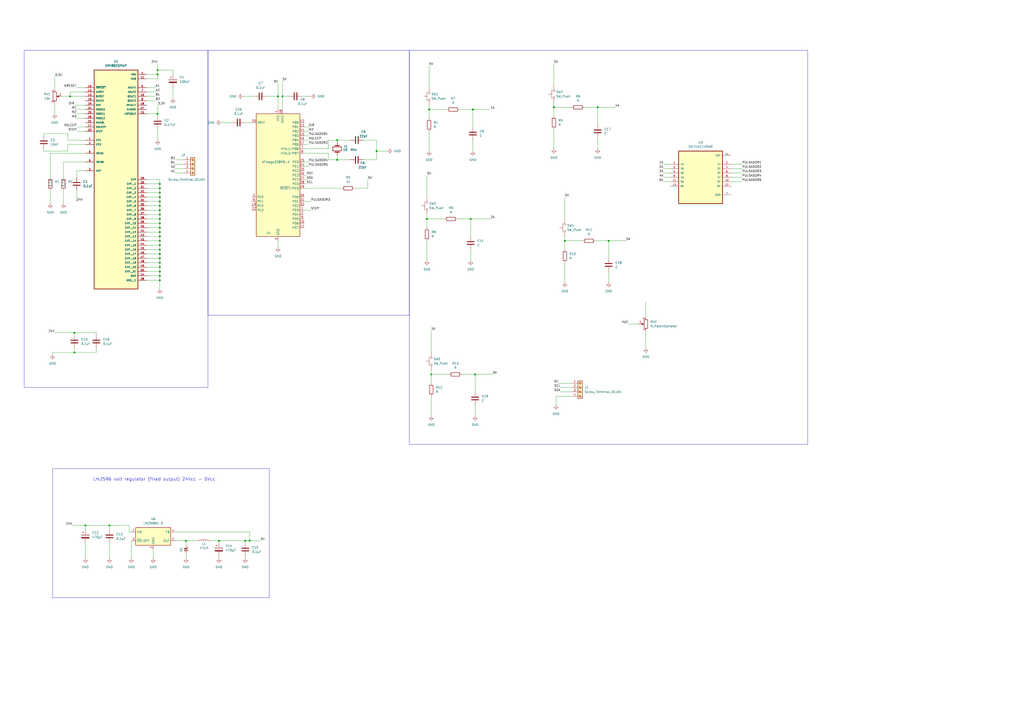
<source format=kicad_sch>
(kicad_sch (version 20231120) (generator "eeschema") (generator_version "8.0")
  (paper "A2")
  (junction (at 92.71 147.32))
  (junction (at 92.71 121.92))
  (junction (at 92.71 144.78))
  (junction (at 43.18 193.04))
  (junction (at 127 313.69))
  (junction (at 248.92 63.5))
  (junction (at 92.71 116.84))
  (junction (at 92.71 137.16))
  (junction (at 92.71 129.54))
  (junction (at 92.71 160.02))
  (junction (at 195.58 81.28))
  (junction (at 250.19 217.17))
  (junction (at 353.06 139.7))
  (junction (at 218.44 87.63))
  (junction (at 49.53 304.8))
  (junction (at 92.71 127))
  (junction (at 40.64 55.88))
  (junction (at 327.66 139.7))
  (junction (at 43.18 204.47))
  (junction (at 91.44 43.18))
  (junction (at 144.78 313.69))
  (junction (at 275.59 217.17))
  (junction (at 346.71 62.23))
  (junction (at 92.71 109.22))
  (junction (at 91.44 40.64))
  (junction (at 92.71 157.48))
  (junction (at 247.65 127))
  (junction (at 92.71 152.4))
  (junction (at 92.71 149.86))
  (junction (at 92.71 142.24))
  (junction (at 92.71 119.38))
  (junction (at 92.71 139.7))
  (junction (at 63.5 304.8))
  (junction (at 92.71 132.08))
  (junction (at 92.71 162.56))
  (junction (at 92.71 106.68))
  (junction (at 92.71 154.94))
  (junction (at 92.71 111.76))
  (junction (at 107.95 313.69))
  (junction (at 92.71 134.62))
  (junction (at 91.44 66.04))
  (junction (at 273.05 127))
  (junction (at 321.31 62.23))
  (junction (at 142.24 313.69))
  (junction (at 195.58 92.71))
  (junction (at 163.83 55.88))
  (junction (at 161.29 55.88))
  (junction (at 92.71 124.46))
  (junction (at 274.32 63.5))
  (junction (at 92.71 114.3))
  (wire (pts (xy 92.71 132.08) (xy 92.71 134.62)))
  (wire (pts (xy 100.33 43.18) (xy 100.33 40.64)))
  (wire (pts (xy 85.09 134.62) (xy 92.71 134.62)))
  (wire (pts (xy 323.85 222.25) (xy 331.47 222.25)))
  (wire (pts (xy 92.71 111.76) (xy 92.71 114.3)))
  (wire (pts (xy 55.88 193.04) (xy 43.18 193.04)))
  (wire (pts (xy 35.56 55.88) (xy 40.64 55.88)))
  (wire (pts (xy 85.09 152.4) (xy 92.71 152.4)))
  (wire (pts (xy 161.29 48.26) (xy 161.29 55.88)))
  (wire (pts (xy 321.31 59.69) (xy 321.31 62.23)))
  (wire (pts (xy 36.83 93.98) (xy 36.83 102.87)))
  (wire (pts (xy 176.53 78.74) (xy 179.07 78.74)))
  (wire (pts (xy 44.45 76.2) (xy 49.53 76.2)))
  (wire (pts (xy 247.65 127) (xy 247.65 132.08)))
  (wire (pts (xy 250.19 191.77) (xy 250.19 204.47)))
  (wire (pts (xy 321.31 62.23) (xy 321.31 67.31)))
  (wire (pts (xy 40.64 53.34) (xy 40.64 55.88)))
  (wire (pts (xy 176.53 73.66) (xy 179.07 73.66)))
  (wire (pts (xy 85.09 142.24) (xy 92.71 142.24)))
  (wire (pts (xy 140.97 55.88) (xy 147.32 55.88)))
  (wire (pts (xy 325.12 224.79) (xy 331.47 224.79)))
  (wire (pts (xy 353.06 139.7) (xy 363.22 139.7)))
  (wire (pts (xy 91.44 40.64) (xy 100.33 40.64)))
  (wire (pts (xy 63.5 304.8) (xy 63.5 307.34)))
  (wire (pts (xy 260.35 217.17) (xy 250.19 217.17)))
  (wire (pts (xy 85.09 50.8) (xy 90.17 50.8)))
  (wire (pts (xy 257.81 127) (xy 247.65 127)))
  (wire (pts (xy 176.53 86.36) (xy 190.5 86.36)))
  (wire (pts (xy 175.26 55.88) (xy 180.34 55.88)))
  (wire (pts (xy 49.53 83.82) (xy 39.37 83.82)))
  (wire (pts (xy 176.53 116.84) (xy 180.34 116.84)))
  (wire (pts (xy 142.24 71.12) (xy 146.05 71.12)))
  (wire (pts (xy 176.53 109.22) (xy 198.12 109.22)))
  (wire (pts (xy 85.09 137.16) (xy 92.71 137.16)))
  (wire (pts (xy 353.06 139.7) (xy 353.06 149.86)))
  (wire (pts (xy 273.05 127) (xy 273.05 137.16)))
  (wire (pts (xy 274.32 81.28) (xy 274.32 87.63)))
  (wire (pts (xy 190.5 81.28) (xy 195.58 81.28)))
  (wire (pts (xy 92.71 137.16) (xy 92.71 139.7)))
  (wire (pts (xy 101.6 308.61) (xy 144.78 308.61)))
  (wire (pts (xy 107.95 321.31) (xy 107.95 323.85)))
  (wire (pts (xy 259.08 63.5) (xy 248.92 63.5)))
  (wire (pts (xy 49.53 304.8) (xy 63.5 304.8)))
  (wire (pts (xy 101.6 97.79) (xy 106.68 97.79)))
  (wire (pts (xy 85.09 58.42) (xy 90.17 58.42)))
  (wire (pts (xy 49.53 99.06) (xy 44.45 99.06)))
  (wire (pts (xy 176.53 76.2) (xy 179.07 76.2)))
  (wire (pts (xy 44.45 66.04) (xy 49.53 66.04)))
  (wire (pts (xy 85.09 127) (xy 92.71 127)))
  (wire (pts (xy 325.12 227.33) (xy 331.47 227.33)))
  (wire (pts (xy 39.37 87.63) (xy 25.4 87.63)))
  (wire (pts (xy 273.05 127) (xy 284.48 127)))
  (wire (pts (xy 322.58 229.87) (xy 322.58 234.95)))
  (wire (pts (xy 424.18 105.41) (xy 430.53 105.41)))
  (wire (pts (xy 195.58 81.28) (xy 203.2 81.28)))
  (wire (pts (xy 91.44 36.83) (xy 91.44 40.64)))
  (wire (pts (xy 218.44 87.63) (xy 218.44 92.71)))
  (wire (pts (xy 266.7 63.5) (xy 274.32 63.5)))
  (wire (pts (xy 250.19 229.87) (xy 250.19 241.3)))
  (wire (pts (xy 273.05 144.78) (xy 273.05 151.13)))
  (wire (pts (xy 384.81 97.79) (xy 388.62 97.79)))
  (wire (pts (xy 339.09 62.23) (xy 346.71 62.23)))
  (wire (pts (xy 30.48 204.47) (xy 30.48 205.74)))
  (wire (pts (xy 43.18 201.93) (xy 43.18 204.47)))
  (wire (pts (xy 176.53 83.82) (xy 179.07 83.82)))
  (wire (pts (xy 364.49 187.96) (xy 370.84 187.96)))
  (wire (pts (xy 39.37 83.82) (xy 39.37 87.63)))
  (wire (pts (xy 44.45 110.49) (xy 44.45 116.84)))
  (wire (pts (xy 92.71 139.7) (xy 92.71 142.24)))
  (wire (pts (xy 44.45 68.58) (xy 49.53 68.58)))
  (wire (pts (xy 424.18 102.87) (xy 430.53 102.87)))
  (wire (pts (xy 127 322.58) (xy 127 323.85)))
  (wire (pts (xy 176.53 88.9) (xy 190.5 88.9)))
  (wire (pts (xy 55.88 194.31) (xy 55.88 193.04)))
  (wire (pts (xy 85.09 111.76) (xy 92.71 111.76)))
  (wire (pts (xy 195.58 81.28) (xy 195.58 82.55)))
  (wire (pts (xy 91.44 43.18) (xy 91.44 45.72)))
  (wire (pts (xy 92.71 134.62) (xy 92.71 137.16)))
  (wire (pts (xy 210.82 92.71) (xy 218.44 92.71)))
  (wire (pts (xy 39.37 81.28) (xy 39.37 77.47)))
  (wire (pts (xy 218.44 81.28) (xy 218.44 87.63)))
  (wire (pts (xy 154.94 55.88) (xy 161.29 55.88)))
  (wire (pts (xy 144.78 308.61) (xy 144.78 313.69)))
  (wire (pts (xy 353.06 157.48) (xy 353.06 163.83)))
  (wire (pts (xy 176.53 121.92) (xy 180.34 121.92)))
  (wire (pts (xy 30.48 204.47) (xy 43.18 204.47)))
  (wire (pts (xy 41.91 304.8) (xy 49.53 304.8)))
  (wire (pts (xy 92.71 119.38) (xy 92.71 121.92)))
  (wire (pts (xy 39.37 77.47) (xy 25.4 77.47)))
  (wire (pts (xy 176.53 104.14) (xy 177.8 104.14)))
  (wire (pts (xy 107.95 313.69) (xy 114.3 313.69)))
  (wire (pts (xy 176.53 106.68) (xy 177.8 106.68)))
  (wire (pts (xy 85.09 139.7) (xy 92.71 139.7)))
  (wire (pts (xy 85.09 129.54) (xy 92.71 129.54)))
  (wire (pts (xy 213.36 104.14) (xy 213.36 109.22)))
  (wire (pts (xy 85.09 149.86) (xy 92.71 149.86)))
  (wire (pts (xy 91.44 40.64) (xy 91.44 43.18)))
  (wire (pts (xy 121.92 313.69) (xy 127 313.69)))
  (wire (pts (xy 92.71 129.54) (xy 92.71 132.08)))
  (wire (pts (xy 101.6 95.25) (xy 106.68 95.25)))
  (wire (pts (xy 142.24 313.69) (xy 127 313.69)))
  (wire (pts (xy 92.71 142.24) (xy 92.71 144.78)))
  (wire (pts (xy 176.53 93.98) (xy 179.07 93.98)))
  (wire (pts (xy 91.44 74.93) (xy 91.44 81.28)))
  (wire (pts (xy 31.75 44.45) (xy 31.75 52.07)))
  (wire (pts (xy 250.19 217.17) (xy 250.19 222.25)))
  (wire (pts (xy 265.43 127) (xy 273.05 127)))
  (wire (pts (xy 44.45 99.06) (xy 44.45 102.87)))
  (wire (pts (xy 275.59 234.95) (xy 275.59 241.3)))
  (wire (pts (xy 43.18 204.47) (xy 55.88 204.47)))
  (wire (pts (xy 176.53 101.6) (xy 177.8 101.6)))
  (wire (pts (xy 195.58 90.17) (xy 195.58 92.71)))
  (wire (pts (xy 247.65 101.6) (xy 247.65 114.3)))
  (wire (pts (xy 85.09 157.48) (xy 92.71 157.48)))
  (wire (pts (xy 74.93 304.8) (xy 63.5 304.8)))
  (wire (pts (xy 331.47 62.23) (xy 321.31 62.23)))
  (wire (pts (xy 384.81 105.41) (xy 388.62 105.41)))
  (wire (pts (xy 76.2 313.69) (xy 76.2 323.85)))
  (wire (pts (xy 267.97 217.17) (xy 275.59 217.17)))
  (wire (pts (xy 43.18 193.04) (xy 43.18 194.31)))
  (wire (pts (xy 176.53 81.28) (xy 179.07 81.28)))
  (wire (pts (xy 161.29 139.7) (xy 161.29 143.51)))
  (wire (pts (xy 44.45 50.8) (xy 49.53 50.8)))
  (wire (pts (xy 85.09 162.56) (xy 92.71 162.56)))
  (wire (pts (xy 331.47 229.87) (xy 322.58 229.87)))
  (wire (pts (xy 210.82 81.28) (xy 218.44 81.28)))
  (wire (pts (xy 85.09 43.18) (xy 91.44 43.18)))
  (wire (pts (xy 92.71 160.02) (xy 92.71 162.56)))
  (wire (pts (xy 85.09 55.88) (xy 90.17 55.88)))
  (wire (pts (xy 44.45 73.66) (xy 49.53 73.66)))
  (wire (pts (xy 49.53 88.9) (xy 29.21 88.9)))
  (wire (pts (xy 205.74 109.22) (xy 213.36 109.22)))
  (wire (pts (xy 92.71 162.56) (xy 92.71 167.64)))
  (wire (pts (xy 161.29 55.88) (xy 161.29 63.5)))
  (wire (pts (xy 44.45 63.5) (xy 49.53 63.5)))
  (wire (pts (xy 25.4 77.47) (xy 25.4 78.74)))
  (wire (pts (xy 101.6 313.69) (xy 107.95 313.69)))
  (wire (pts (xy 247.65 139.7) (xy 247.65 151.13)))
  (wire (pts (xy 190.5 88.9) (xy 190.5 92.71)))
  (wire (pts (xy 36.83 110.49) (xy 36.83 118.11)))
  (wire (pts (xy 25.4 86.36) (xy 25.4 87.63)))
  (wire (pts (xy 424.18 100.33) (xy 430.53 100.33)))
  (wire (pts (xy 190.5 86.36) (xy 190.5 81.28)))
  (wire (pts (xy 92.71 127) (xy 92.71 129.54)))
  (wire (pts (xy 384.81 100.33) (xy 388.62 100.33)))
  (wire (pts (xy 40.64 55.88) (xy 49.53 55.88)))
  (wire (pts (xy 85.09 53.34) (xy 90.17 53.34)))
  (wire (pts (xy 43.18 60.96) (xy 49.53 60.96)))
  (wire (pts (xy 190.5 92.71) (xy 195.58 92.71)))
  (wire (pts (xy 346.71 62.23) (xy 346.71 72.39)))
  (wire (pts (xy 321.31 36.83) (xy 321.31 49.53)))
  (wire (pts (xy 374.65 191.77) (xy 374.65 201.93)))
  (wire (pts (xy 321.31 74.93) (xy 321.31 86.36)))
  (wire (pts (xy 85.09 160.02) (xy 92.71 160.02)))
  (wire (pts (xy 247.65 124.46) (xy 247.65 127)))
  (wire (pts (xy 85.09 121.92) (xy 92.71 121.92)))
  (wire (pts (xy 274.32 63.5) (xy 274.32 73.66)))
  (wire (pts (xy 163.83 55.88) (xy 167.64 55.88)))
  (wire (pts (xy 275.59 217.17) (xy 285.75 217.17)))
  (wire (pts (xy 85.09 45.72) (xy 91.44 45.72)))
  (wire (pts (xy 31.75 59.69) (xy 31.75 66.04)))
  (wire (pts (xy 275.59 217.17) (xy 275.59 227.33)))
  (wire (pts (xy 327.66 137.16) (xy 327.66 139.7)))
  (wire (pts (xy 142.24 322.58) (xy 142.24 323.85)))
  (wire (pts (xy 85.09 124.46) (xy 92.71 124.46)))
  (wire (pts (xy 384.81 102.87) (xy 388.62 102.87)))
  (wire (pts (xy 248.92 60.96) (xy 248.92 63.5)))
  (wire (pts (xy 127 313.69) (xy 127 314.96)))
  (wire (pts (xy 101.6 92.71) (xy 106.68 92.71)))
  (wire (pts (xy 248.92 38.1) (xy 248.92 50.8)))
  (wire (pts (xy 85.09 132.08) (xy 92.71 132.08)))
  (wire (pts (xy 91.44 60.96) (xy 91.44 66.04)))
  (wire (pts (xy 218.44 87.63) (xy 224.79 87.63)))
  (wire (pts (xy 85.09 109.22) (xy 92.71 109.22)))
  (wire (pts (xy 345.44 139.7) (xy 353.06 139.7)))
  (wire (pts (xy 250.19 214.63) (xy 250.19 217.17)))
  (wire (pts (xy 85.09 119.38) (xy 92.71 119.38)))
  (wire (pts (xy 85.09 114.3) (xy 92.71 114.3)))
  (wire (pts (xy 176.53 96.52) (xy 179.07 96.52)))
  (wire (pts (xy 144.78 313.69) (xy 151.13 313.69)))
  (wire (pts (xy 327.66 114.3) (xy 327.66 127)))
  (wire (pts (xy 92.71 104.14) (xy 92.71 106.68)))
  (wire (pts (xy 76.2 308.61) (xy 74.93 308.61)))
  (wire (pts (xy 424.18 97.79) (xy 430.53 97.79)))
  (wire (pts (xy 337.82 139.7) (xy 327.66 139.7)))
  (wire (pts (xy 92.71 154.94) (xy 92.71 157.48)))
  (wire (pts (xy 92.71 157.48) (xy 92.71 160.02)))
  (wire (pts (xy 85.09 144.78) (xy 92.71 144.78)))
  (wire (pts (xy 92.71 114.3) (xy 92.71 116.84)))
  (wire (pts (xy 92.71 116.84) (xy 92.71 119.38)))
  (wire (pts (xy 29.21 88.9) (xy 29.21 102.87)))
  (wire (pts (xy 142.24 314.96) (xy 142.24 313.69)))
  (wire (pts (xy 91.44 66.04) (xy 91.44 67.31)))
  (wire (pts (xy 63.5 314.96) (xy 63.5 323.85)))
  (wire (pts (xy 163.83 46.99) (xy 163.83 55.88)))
  (wire (pts (xy 92.71 152.4) (xy 92.71 154.94)))
  (wire (pts (xy 374.65 175.26) (xy 374.65 184.15)))
  (wire (pts (xy 327.66 152.4) (xy 327.66 163.83)))
  (wire (pts (xy 100.33 50.8) (xy 100.33 57.15)))
  (wire (pts (xy 92.71 147.32) (xy 92.71 149.86)))
  (wire (pts (xy 85.09 116.84) (xy 92.71 116.84)))
  (wire (pts (xy 92.71 121.92) (xy 92.71 124.46)))
  (wire (pts (xy 248.92 76.2) (xy 248.92 87.63)))
  (wire (pts (xy 85.09 147.32) (xy 92.71 147.32)))
  (wire (pts (xy 142.24 313.69) (xy 144.78 313.69)))
  (wire (pts (xy 49.53 93.98) (xy 36.83 93.98)))
  (wire (pts (xy 274.32 63.5) (xy 284.48 63.5)))
  (wire (pts (xy 384.81 95.25) (xy 388.62 95.25)))
  (wire (pts (xy 49.53 307.34) (xy 49.53 304.8)))
  (wire (pts (xy 31.75 193.04) (xy 43.18 193.04)))
  (wire (pts (xy 163.83 55.88) (xy 163.83 63.5)))
  (wire (pts (xy 88.9 318.77) (xy 88.9 323.85)))
  (wire (pts (xy 85.09 106.68) (xy 92.71 106.68)))
  (wire (pts (xy 327.66 139.7) (xy 327.66 144.78)))
  (wire (pts (xy 92.71 106.68) (xy 92.71 109.22)))
  (wire (pts (xy 74.93 308.61) (xy 74.93 304.8)))
  (wire (pts (xy 346.71 80.01) (xy 346.71 86.36)))
  (wire (pts (xy 55.88 201.93) (xy 55.88 204.47)))
  (wire (pts (xy 128.27 71.12) (xy 134.62 71.12)))
  (wire (pts (xy 92.71 124.46) (xy 92.71 127)))
  (wire (pts (xy 92.71 109.22) (xy 92.71 111.76)))
  (wire (pts (xy 346.71 62.23) (xy 356.87 62.23)))
  (wire (pts (xy 85.09 104.14) (xy 92.71 104.14)))
  (wire (pts (xy 85.09 154.94) (xy 92.71 154.94)))
  (wire (pts (xy 49.53 81.28) (xy 39.37 81.28)))
  (wire (pts (xy 107.95 313.69) (xy 107.95 316.23)))
  (wire (pts (xy 85.09 66.04) (xy 91.44 66.04)))
  (wire (pts (xy 29.21 110.49) (xy 29.21 118.11)))
  (wire (pts (xy 49.53 53.34) (xy 40.64 53.34)))
  (wire (pts (xy 92.71 144.78) (xy 92.71 147.32)))
  (wire (pts (xy 92.71 149.86) (xy 92.71 152.4)))
  (wire (pts (xy 49.53 314.96) (xy 49.53 323.85)))
  (wire (pts (xy 424.18 95.25) (xy 430.53 95.25)))
  (wire (pts (xy 195.58 92.71) (xy 203.2 92.71)))
  (wire (pts (xy 101.6 100.33) (xy 106.68 100.33)))
  (wire (pts (xy 248.92 63.5) (xy 248.92 68.58)))
  (rectangle (start 30.48 271.78) (end 156.21 346.71))
  (rectangle (start 237.49 29.21) (end 468.63 257.81))
  (rectangle (start 120.65 29.21) (end 237.49 182.88))
  (rectangle (start 13.97 29.21) (end 120.65 224.79))
  (text "Lm2596 volt regulator (fixed output) 24Vcc - 5Vcc" (at 89.408 278.13 0) (effects (font (size 1.778 1.778))))
  (label "24V" (at 91.44 36.83 180))
  (label "A1" (at 90.17 50.8 0))
  (label "POT" (at 177.8 101.6 0))
  (label "M2" (at 44.45 66.04 180))
  (label "B1" (at 90.17 55.88 0))
  (label "PULSADOR5" (at 430.53 105.41 0))
  (label "4A" (at 384.81 102.87 180))
  (label "PULSADOR4" (at 179.07 93.98 0))
  (label "A2" (at 101.6 97.79 180))
  (label "SDA" (at 325.12 227.33 180))
  (label "3A" (at 384.81 100.33 180))
  (label "5A" (at 363.22 139.7 0))
  (label "2A" (at 384.81 97.79 180))
  (label "POT" (at 364.49 187.96 180))
  (label "PULSADOR1" (at 430.53 95.25 0))
  (label "2A" (at 284.48 127 0))
  (label "3A" (at 285.75 217.17 0))
  (label "PULSADOR3" (at 430.53 100.33 0))
  (label "5V" (at 161.29 48.26 180))
  (label "PULSADOR1" (at 179.07 78.74 0))
  (label "1A" (at 284.48 63.5 0))
  (label "M1" (at 44.45 63.5 180))
  (label "3.3V" (at 31.75 44.45 0))
  (label "SDA" (at 177.8 104.14 0))
  (label "DIR" (at 43.18 60.96 180))
  (label "5V" (at 151.13 313.69 0))
  (label "STEP" (at 44.45 76.2 180))
  (label "24V" (at 44.45 116.84 0))
  (label "NSLEEP" (at 179.07 81.28 0))
  (label "B2" (at 101.6 92.71 180))
  (label "4A" (at 356.87 62.23 0))
  (label "5V" (at 163.83 46.99 0))
  (label "SCL" (at 177.8 106.68 0))
  (label "PULSADOR3" (at 180.34 116.84 0))
  (label "A1" (at 101.6 100.33 180))
  (label "SCL" (at 325.12 224.79 180))
  (label "PULSADOR2" (at 430.53 97.79 0))
  (label "DIR" (at 179.07 73.66 0))
  (label "M3" (at 44.45 68.58 180))
  (label "5V" (at 250.19 191.77 0))
  (label "M2" (at 179.07 76.2 0))
  (label "STEP" (at 180.34 121.92 0))
  (label "PULSADOR2" (at 179.07 83.82 0))
  (label "PULSADOR5" (at 179.07 96.52 0))
  (label "5V" (at 327.66 114.3 0))
  (label "PULSADOR4" (at 430.53 102.87 0))
  (label "24V" (at 31.75 193.04 180))
  (label "NSLEEP" (at 44.45 73.66 180))
  (label "5V" (at 248.92 38.1 0))
  (label "B2" (at 90.17 58.42 0))
  (label "5V" (at 321.31 36.83 0))
  (label "24V" (at 41.91 304.8 180))
  (label "5V" (at 213.36 104.14 0))
  (label "5V" (at 323.85 222.25 180))
  (label "A2" (at 90.17 53.34 0))
  (label "5V" (at 247.65 101.6 0))
  (label "5A" (at 384.81 105.41 180))
  (label "B1" (at 101.6 95.25 180))
  (label "1A" (at 384.81 95.25 180))
  (label "3.3V" (at 91.44 60.96 0))
  (label "NRESET" (at 44.45 50.8 180))
  (symbol (lib_id "power:GND") (at 275.59 241.3 0) (unit 1)
    (property "Reference" "#PWR030" (effects (hide yes)))
    (property "Value" "GND" (at 275.59 246.38 0))
    (property "Description" "Power symbol creates a global label with name \"GND\" , ground" (effects (hide yes)))
  )
  (symbol (lib_id "power:GND") (at 248.92 87.63 0) (unit 1)
    (property "Reference" "#PWR012" (effects (hide yes)))
    (property "Value" "GND" (at 248.92 92.71 0))
    (property "Description" "Power symbol creates a global label with name \"GND\" , ground" (effects (hide yes)))
  )
  (symbol (lib_id "power:GND") (at 161.29 143.51 0) (unit 1)
    (property "Reference" "#PWR010" (effects (hide yes)))
    (property "Value" "GND" (at 161.29 148.59 0))
    (property "Description" "Power symbol creates a global label with name \"GND\" , ground" (effects (hide yes)))
  )
  (symbol (lib_id "power:GND") (at 250.19 241.3 0) (unit 1)
    (property "Reference" "#PWR029" (effects (hide yes)))
    (property "Value" "GND" (at 250.19 246.38 0))
    (property "Description" "Power symbol creates a global label with name \"GND\" , ground" (effects (hide yes)))
  )
  (symbol (lib_id "Device:C") (at 207.01 92.71 90) (unit 1)
    (property "Reference" "C6" (at 210.312 94.488 90))
    (property "Value" "22pF" (at 210.312 97.028 90))
    (property "Footprint" "Capacitor_SMD:C_0603_1608Metric_Pad1.08x0.95mm_HandSolder" (effects (hide yes)))
    (property "Description" "Unpolarized capacitor" (effects (hide yes)))
  )
  (symbol (lib_id "Switch:SW_Push") (at 248.92 55.88 90) (unit 1)
    (property "Reference" "SW1" (at 250.19 54.6099 90) (effects (justify right)))
    (property "Value" "SW_Push" (at 250.19 57.1499 90) (effects (justify right)))
    (property "Footprint" "Connector_PinHeader_2.54mm:PinHeader_1x02_P2.54mm_Vertical" (effects (hide yes)))
    (property "Description" "Push button switch, generic, two pins" (effects (hide yes)))
  )
  (symbol (lib_id "Switch:SW_Push") (at 250.19 209.55 90) (unit 1)
    (property "Reference" "SW5" (at 251.46 208.2799 90) (effects (justify right)))
    (property "Value" "SW_Push" (at 251.46 210.8199 90) (effects (justify right)))
    (property "Footprint" "Connector_PinHeader_2.54mm:PinHeader_1x02_P2.54mm_Vertical" (effects (hide yes)))
    (property "Description" "Push button switch, generic, two pins" (effects (hide yes)))
  )
  (symbol (lib_id "Device:C") (at 25.4 82.55 180) (unit 1)
    (property "Reference" "C3" (at 29.21 81.2799 0) (effects (justify right)))
    (property "Value" "10nF" (at 29.21 83.8199 0) (effects (justify right)))
    (property "Footprint" "Capacitor_SMD:C_0603_1608Metric_Pad1.08x0.95mm_HandSolder" (effects (hide yes)))
    (property "Description" "Unpolarized capacitor" (effects (hide yes)))
  )
  (symbol (lib_id "Device:C") (at 55.88 198.12 0) (unit 1)
    (property "Reference" "C16" (at 59.69 196.8499 0) (effects (justify left)))
    (property "Value" "0.1uF" (at 59.69 199.3899 0) (effects (justify left)))
    (property "Footprint" "Capacitor_SMD:C_0603_1608Metric_Pad1.08x0.95mm_HandSolder" (effects (hide yes)))
    (property "Description" "Unpolarized capacitor" (effects (hide yes)))
  )
  (symbol (lib_id "DRV8825PWP:DRV8825PWP") (at 67.31 76.2 0) (unit 1)
    (property "Reference" "U1" (at 67.31 35.56 0))
    (property "Value" "DRV8825PWP" (at 67.31 38.1 0))
    (property "Footprint" "DRV8825:IC_TPS61196PWPRQ1" (effects (hide yes)))
    (property "MF" "Texas Instruments" (effects (hide yes)))
    (property "MOUSER-PURCHASE-URL" "https://snapeda.com/shop?store=Mouser&id=52585" (effects (hide yes)))
    (property "DESCRIPTION" "45-V, 2.5-A bipolar stepper motor driver with current regulation and 1/32 microstepping 28-HTSSOP -40 to 85" (effects (hide yes)))
    (property "PACKAGE" "HTSSOP-28 Texas Instruments" (effects (hide yes)))
    (property "PRICE" "None" (effects (hide yes)))
    (property "TEXAS_INSTRUMENTS-PURCHASE-URL" "https://snapeda.com/shop?store=Texas+Instruments&id=52585" (effects (hide yes)))
    (property "MP" "DRV8825PWP" (effects (hide yes)))
    (property "DIGIKEY-PURCHASE-URL" "https://snapeda.com/shop?store=DigiKey&id=52585" (effects (hide yes)))
    (property "AVAILABILITY" "Good" (effects (hide yes)))
  )
  (symbol (lib_id "power:GND") (at 63.5 323.85 0) (unit 1)
    (property "Reference" "#PWR020" (effects (hide yes)))
    (property "Value" "GND" (at 63.5 328.93 0))
    (property "Description" "Power symbol creates a global label with name \"GND\" , ground" (effects (hide yes)))
  )
  (symbol (lib_id "Device:C") (at 63.5 311.15 0) (unit 1)
    (property "Reference" "C13" (at 67.31 309.8799 0) (effects (justify left)))
    (property "Value" "0.1μF" (at 67.31 312.4199 0) (effects (justify left)))
    (property "Footprint" "Capacitor_SMD:C_0603_1608Metric_Pad1.08x0.95mm_HandSolder" (effects (hide yes)))
    (property "Datasheet" "https://www.digikey.com/en/products/detail/samsung-electro-mechanics/CL05B104KP5NNNC/3886660?s=N4IgTCBcDaIMIBkAMBWAQgRiQFgNIAUUA5EuEAXQF8g" (effects (hide yes)))
    (property "Description" "Unpolarized capacitor" (effects (hide yes)))
    (property "name" "CL05B104KP5NNNC" (effects (hide yes)))
    (property "manufacturer" "Samsung Electro-Mechanics" (effects (hide yes)))
    (property "description" "CAP CER 0.1UF 10V X7R 0402" (effects (hide yes)))
    (property "dimensions" "0.039\" L x 0.020\" W (1.00mm x 0.50mm)" (effects (hide yes)))
  )
  (symbol (lib_id "Device:C") (at 151.13 55.88 90) (unit 1)
    (property "Reference" "C7" (at 151.13 48.26 90))
    (property "Value" "0.1uF" (at 151.13 50.8 90))
    (property "Footprint" "Capacitor_SMD:C_0603_1608Metric_Pad1.08x0.95mm_HandSolder" (effects (hide yes)))
    (property "Description" "Unpolarized capacitor" (effects (hide yes)))
  )
  (symbol (lib_id "Device:C_Polarized") (at 49.53 311.15 0) (unit 1)
    (property "Reference" "C12" (at 53.34 308.9909 0) (effects (justify left)))
    (property "Value" "470μF" (at 53.34 311.5309 0) (effects (justify left)))
    (property "Footprint" "Capacitor_SMD:CP_Elec_4x5.3" (effects (hide yes)))
    (property "Datasheet" "https://api.pim.na.industrial.panasonic.com/file_stream/main/fileversion/244447" (effects (hide yes)))
    (property "Description" "Polarized capacitor" (effects (hide yes)))
    (property "manufacturer" "Panasonic Electronic Components" (effects (hide yes)))
    (property "name" "  EEH-ZS1V471UP" (effects (hide yes)))
    (property "description" "CAP ALUMHYB 470UF 20% 35V SMD" (effects (hide yes)))
    (property "dimensions" "0.406\" L x 0.406\" W (10.30mm x 10.30mm)" (effects (hide yes)))
  )
  (symbol (lib_id "Device:C") (at 171.45 55.88 90) (unit 1)
    (property "Reference" "C8" (at 175.514 57.658 90))
    (property "Value" "0.1uF" (at 175.514 60.198 90))
    (property "Footprint" "Capacitor_SMD:C_0603_1608Metric_Pad1.08x0.95mm_HandSolder" (effects (hide yes)))
    (property "Description" "Unpolarized capacitor" (effects (hide yes)))
  )
  (symbol (lib_id "Device:C") (at 346.71 76.2 180) (unit 1)
    (property "Reference" "C17" (at 350.52 74.9299 0) (effects (justify right)))
    (property "Value" "C" (at 350.52 77.4699 0) (effects (justify right)))
    (property "Footprint" "Capacitor_SMD:C_0603_1608Metric_Pad1.08x0.95mm_HandSolder" (effects (hide yes)))
    (property "Description" "Unpolarized capacitor" (effects (hide yes)))
  )
  (symbol (lib_id "Device:C") (at 207.01 81.28 90) (unit 1)
    (property "Reference" "C5" (at 210.82 76.454 90))
    (property "Value" "22pF" (at 210.82 78.994 90))
    (property "Footprint" "Capacitor_SMD:C_0603_1608Metric_Pad1.08x0.95mm_HandSolder" (effects (hide yes)))
    (property "Description" "Unpolarized capacitor" (effects (hide yes)))
  )
  (symbol (lib_id "Device:R") (at 261.62 127 90) (unit 1)
    (property "Reference" "R9" (at 261.62 120.65 90))
    (property "Value" "R" (at 261.62 123.19 90))
    (property "Footprint" "Resistor_SMD:R_0603_1608Metric_Pad0.98x0.95mm_HandSolder" (effects (hide yes)))
    (property "Description" "Resistor" (effects (hide yes)))
  )
  (symbol (lib_id "power:GND") (at 224.79 87.63 90) (unit 1)
    (property "Reference" "#PWR07" (effects (hide yes)))
    (property "Value" "GND" (at 228.6 87.6299 90) (effects (justify right)))
    (property "Description" "Power symbol creates a global label with name \"GND\" , ground" (effects (hide yes)))
  )
  (symbol (lib_id "power:GND") (at 142.24 323.85 0) (unit 1)
    (property "Reference" "#PWR027" (effects (hide yes)))
    (property "Value" "GND" (at 142.24 328.93 0))
    (property "Description" "Power symbol creates a global label with name \"GND\" , ground" (effects (hide yes)))
  )
  (symbol (lib_id "Device:R") (at 321.31 71.12 0) (unit 1)
    (property "Reference" "R5" (at 323.85 69.8499 0) (effects (justify left)))
    (property "Value" "R" (at 323.85 72.3899 0) (effects (justify left)))
    (property "Footprint" "Resistor_SMD:R_0603_1608Metric_Pad0.98x0.95mm_HandSolder" (effects (hide yes)))
    (property "Description" "Resistor" (effects (hide yes)))
  )
  (symbol (lib_id "power:GND") (at 36.83 118.11 0) (unit 1)
    (property "Reference" "#PWR01" (effects (hide yes)))
    (property "Value" "GND" (at 36.83 123.19 0))
    (property "Description" "Power symbol creates a global label with name \"GND\" , ground" (effects (hide yes)))
  )
  (symbol (lib_id "power:GND") (at 346.71 86.36 0) (unit 1)
    (property "Reference" "#PWR024" (effects (hide yes)))
    (property "Value" "GND" (at 346.71 91.44 0))
    (property "Description" "Power symbol creates a global label with name \"GND\" , ground" (effects (hide yes)))
  )
  (symbol (lib_id "Device:C") (at 44.45 106.68 0) (unit 1)
    (property "Reference" "C1" (at 48.26 105.4099 0) (effects (justify left)))
    (property "Value" "0.1uF" (at 48.26 107.9499 0) (effects (justify left)))
    (property "Footprint" "Capacitor_SMD:C_0603_1608Metric_Pad1.08x0.95mm_HandSolder" (effects (hide yes)))
    (property "Description" "Unpolarized capacitor" (effects (hide yes)))
  )
  (symbol (lib_id "Device:R") (at 248.92 72.39 0) (unit 1)
    (property "Reference" "R4" (at 251.46 71.1199 0) (effects (justify left)))
    (property "Value" "R" (at 251.46 73.6599 0) (effects (justify left)))
    (property "Footprint" "Resistor_SMD:R_0603_1608Metric_Pad0.98x0.95mm_HandSolder" (effects (hide yes)))
    (property "Description" "Resistor" (effects (hide yes)))
  )
  (symbol (lib_id "Device:C") (at 142.24 318.77 0) (unit 1)
    (property "Reference" "C15" (at 146.05 317.4999 0) (effects (justify left)))
    (property "Value" "0.1μF" (at 146.05 320.0399 0) (effects (justify left)))
    (property "Footprint" "Capacitor_SMD:C_0603_1608Metric_Pad1.08x0.95mm_HandSolder" (effects (hide yes)))
    (property "Datasheet" "https://www.digikey.com/en/products/detail/samsung-electro-mechanics/CL05B104KP5NNNC/3886660?s=N4IgTCBcDaIMIBkAMBWAQgRiQFgNIAUUA5EuEAXQF8g" (effects (hide yes)))
    (property "Description" "Unpolarized capacitor" (effects (hide yes)))
    (property "name" "CL05B104KP5NNNC" (effects (hide yes)))
    (property "manufacturer" "Samsung Electro-Mechanics" (effects (hide yes)))
    (property "description" "CAP CER 0.1UF 10V X7R 0402" (effects (hide yes)))
    (property "dimensions" "0.039\" L x 0.020\" W (1.00mm x 0.50mm)" (effects (hide yes)))
  )
  (symbol (lib_id "Switch:SW_Push") (at 321.31 54.61 90) (unit 1)
    (property "Reference" "SW2" (at 322.58 53.3399 90) (effects (justify right)))
    (property "Value" "SW_Push" (at 322.58 55.8799 90) (effects (justify right)))
    (property "Footprint" "Connector_PinHeader_2.54mm:PinHeader_1x02_P2.54mm_Vertical" (effects (hide yes)))
    (property "Description" "Push button switch, generic, two pins" (effects (hide yes)))
  )
  (symbol (lib_id "power:GND") (at 374.65 201.93 0) (unit 1)
    (property "Reference" "#PWR011" (effects (hide yes)))
    (property "Value" "GND" (at 374.65 207.01 0))
    (property "Description" "Power symbol creates a global label with name \"GND\" , ground" (effects (hide yes)))
  )
  (symbol (lib_id "Switch:SW_Push") (at 327.66 132.08 90) (unit 1)
    (property "Reference" "SW4" (at 328.93 130.8099 90) (effects (justify right)))
    (property "Value" "SW_Push" (at 328.93 133.3499 90) (effects (justify right)))
    (property "Footprint" "Connector_PinHeader_2.54mm:PinHeader_1x02_P2.54mm_Vertical" (effects (hide yes)))
    (property "Description" "Push button switch, generic, two pins" (effects (hide yes)))
  )
  (symbol (lib_id "power:GND") (at 273.05 151.13 0) (unit 1)
    (property "Reference" "#PWR018" (effects (hide yes)))
    (property "Value" "GND" (at 273.05 156.21 0))
    (property "Description" "Power symbol creates a global label with name \"GND\" , ground" (effects (hide yes)))
  )
  (symbol (lib_id "Device:C") (at 138.43 71.12 90) (unit 1)
    (property "Reference" "C20" (at 138.43 63.5 90))
    (property "Value" "0.1uF" (at 138.43 66.04 90))
    (property "Footprint" "Capacitor_SMD:C_0603_1608Metric_Pad1.08x0.95mm_HandSolder" (effects (hide yes)))
    (property "Description" "Unpolarized capacitor" (effects (hide yes)))
  )
  (symbol (lib_id "power:GND") (at 92.71 167.64 0) (unit 1)
    (property "Reference" "#PWR05" (effects (hide yes)))
    (property "Value" "GND" (at 92.71 172.72 0))
    (property "Description" "Power symbol creates a global label with name \"GND\" , ground" (effects (hide yes)))
  )
  (symbol (lib_id "power:GND") (at 322.58 234.95 0) (unit 1)
    (property "Reference" "#PWR015" (effects (hide yes)))
    (property "Value" "GND" (at 322.58 240.03 0))
    (property "Description" "Power symbol creates a global label with name \"GND\" , ground" (effects (hide yes)))
  )
  (symbol (lib_id "power:GND") (at 29.21 118.11 0) (unit 1)
    (property "Reference" "#PWR02" (effects (hide yes)))
    (property "Value" "GND" (at 29.21 123.19 0))
    (property "Description" "Power symbol creates a global label with name \"GND\" , ground" (effects (hide yes)))
  )
  (symbol (lib_id "power:GND") (at 128.27 71.12 270) (unit 1)
    (property "Reference" "#PWR031" (effects (hide yes)))
    (property "Value" "GND" (at 124.46 71.1199 90) (effects (justify right)))
    (property "Description" "Power symbol creates a global label with name \"GND\" , ground" (effects (hide yes)))
  )
  (symbol (lib_id "Device:C_Polarized") (at 127 318.77 0) (unit 1)
    (property "Reference" "C14" (at 130.81 316.6109 0) (effects (justify left)))
    (property "Value" "470μF" (at 130.81 319.1509 0) (effects (justify left)))
    (property "Footprint" "Capacitor_SMD:CP_Elec_4x5.3" (effects (hide yes)))
    (property "Datasheet" "https://api.pim.na.industrial.panasonic.com/file_stream/main/fileversion/244447" (effects (hide yes)))
    (property "Description" "Polarized capacitor" (effects (hide yes)))
    (property "manufacturer" "Panasonic Electronic Components" (effects (hide yes)))
    (property "name" "  EEH-ZS1V471UP" (effects (hide yes)))
    (property "description" "CAP ALUMHYB 470UF 20% 35V SMD" (effects (hide yes)))
    (property "dimensions" "0.406\" L x 0.406\" W (10.30mm x 10.30mm)" (effects (hide yes)))
  )
  (symbol (lib_id "Device:R") (at 201.93 109.22 90) (unit 1)
    (property "Reference" "R3" (at 201.93 102.87 90))
    (property "Value" "1k" (at 201.93 105.41 90))
    (property "Footprint" "Resistor_SMD:R_0603_1608Metric_Pad0.98x0.95mm_HandSolder" (effects (hide yes)))
    (property "Description" "Resistor" (effects (hide yes)))
  )
  (symbol (lib_id "Device:R") (at 247.65 135.89 0) (unit 1)
    (property "Reference" "R8" (at 250.19 134.6199 0) (effects (justify left)))
    (property "Value" "R" (at 250.19 137.1599 0) (effects (justify left)))
    (property "Footprint" "Resistor_SMD:R_0603_1608Metric_Pad0.98x0.95mm_HandSolder" (effects (hide yes)))
    (property "Description" "Resistor" (effects (hide yes)))
  )
  (symbol (lib_id "power:GND") (at 247.65 151.13 0) (unit 1)
    (property "Reference" "#PWR017" (effects (hide yes)))
    (property "Value" "GND" (at 247.65 156.21 0))
    (property "Description" "Power symbol creates a global label with name \"GND\" , ground" (effects (hide yes)))
  )
  (symbol (lib_id "power:GND") (at 107.95 323.85 0) (unit 1)
    (property "Reference" "#PWR023" (effects (hide yes)))
    (property "Value" "GND" (at 107.95 328.93 0))
    (property "Description" "Power symbol creates a global label with name \"GND\" , ground" (effects (hide yes)))
  )
  (symbol (lib_id "power:GND") (at 321.31 86.36 0) (unit 1)
    (property "Reference" "#PWR014" (effects (hide yes)))
    (property "Value" "GND" (at 321.31 91.44 0))
    (property "Description" "Power symbol creates a global label with name \"GND\" , ground" (effects (hide yes)))
  )
  (symbol (lib_id "Device:L") (at 118.11 313.69 90) (unit 1)
    (property "Reference" "L1" (at 118.364 315.468 90))
    (property "Value" "47μH" (at 118.364 317.754 90))
    (property "Footprint" "INDUCTOR_47uH:IND_SRR1240-470M" (effects (hide yes)))
    (property "Datasheet" "https://www.digikey.com/en/products/detail/sumida-america-components-inc/cdrh74np-470mc-b/700602" (effects (hide yes)))
    (property "Description" "Inductor" (effects (hide yes)))
    (property "name" "CDRH74NP-470MC-B" (effects (hide yes)))
    (property "manufacturer" "Sumida America Components Inc." (effects (hide yes)))
    (property "description" "FIXED IND 47UH 880MA 260MOHM SMD" (effects (hide yes)))
    (property "dimensions" "0.287\" L x 0.287\" W (7.30mm x 7.30mm)" (effects (hide yes)))
  )
  (symbol (lib_id "Device:C") (at 353.06 153.67 180) (unit 1)
    (property "Reference" "C18" (at 356.87 152.3999 0) (effects (justify right)))
    (property "Value" "C" (at 356.87 154.9399 0) (effects (justify right)))
    (property "Footprint" "Capacitor_SMD:C_0603_1608Metric_Pad1.08x0.95mm_HandSolder" (effects (hide yes)))
    (property "Description" "Unpolarized capacitor" (effects (hide yes)))
  )
  (symbol (lib_id "Device:R") (at 264.16 217.17 90) (unit 1)
    (property "Reference" "R13" (at 264.16 210.82 90))
    (property "Value" "R" (at 264.16 213.36 90))
    (property "Footprint" "Resistor_SMD:R_0603_1608Metric_Pad0.98x0.95mm_HandSolder" (effects (hide yes)))
    (property "Description" "Resistor" (effects (hide yes)))
  )
  (symbol (lib_id "Device:R_Potentiometer") (at 374.65 187.96 180) (unit 1)
    (property "Reference" "RV2" (at 377.19 186.6899 0) (effects (justify right)))
    (property "Value" "R_Potentiometer" (at 377.19 189.2299 0) (effects (justify right)))
    (property "Footprint" "Connector_PinHeader_2.54mm:PinHeader_1x03_P2.54mm_Vertical" (effects (hide yes)))
    (property "Description" "Potentiometer" (effects (hide yes)))
  )
  (symbol (lib_id "Device:R") (at 29.21 106.68 0) (unit 1)
    (property "Reference" "R1" (at 31.75 105.4099 0) (effects (justify left)))
    (property "Value" "0.10" (at 29.21 108.458 90) (effects (justify left)))
    (property "Footprint" "Resistor_SMD:R_0603_1608Metric_Pad0.98x0.95mm_HandSolder" (effects (hide yes)))
    (property "Description" "Resistor" (effects (hide yes)))
  )
  (symbol (lib_id "Device:C") (at 43.18 198.12 0) (unit 1)
    (property "Reference" "C10" (at 46.99 196.8499 0) (effects (justify left)))
    (property "Value" "0.1uF" (at 46.99 199.3899 0) (effects (justify left)))
    (property "Footprint" "Capacitor_SMD:C_0603_1608Metric_Pad1.08x0.95mm_HandSolder" (effects (hide yes)))
    (property "Description" "Unpolarized capacitor" (effects (hide yes)))
  )
  (symbol (lib_id "Connector:Screw_Terminal_01x04") (at 111.76 95.25 0) (unit 1)
    (property "Reference" "J2" (at 105.156 89.916 0) (effects (justify left)))
    (property "Value" "Screw_Terminal_01x04" (at 97.536 104.14 0) (effects (justify left)))
    (property "Footprint" "Connector_PinHeader_2.54mm:PinHeader_1x04_P2.54mm_Vertical" (effects (hide yes)))
    (property "Description" "Generic screw terminal, single row, 01x04, script generated (kicad-library-utils/schlib/autogen/connector/)" (effects (hide yes)))
  )
  (symbol (lib_id "power:GND") (at 88.9 323.85 0) (unit 1)
    (property "Reference" "#PWR022" (effects (hide yes)))
    (property "Value" "GND" (at 88.9 328.93 0))
    (property "Description" "Power symbol creates a global label with name \"GND\" , ground" (effects (hide yes)))
  )
  (symbol (lib_id "Device:Crystal") (at 195.58 86.36 90) (unit 1)
    (property "Reference" "Y1" (at 199.39 85.0899 90) (effects (justify right)))
    (property "Value" "16  Mhz" (at 198.882 86.868 90) (effects (justify right)))
    (property "Footprint" "Crystal:Crystal_SMD_0603-2Pin_6.0x3.5mm" (effects (hide yes)))
    (property "Description" "Two pin crystal" (effects (hide yes)))
  )
  (symbol (lib_id "Device:R") (at 250.19 226.06 0) (unit 1)
    (property "Reference" "R12" (at 252.73 224.7899 0) (effects (justify left)))
    (property "Value" "R" (at 252.73 227.3299 0) (effects (justify left)))
    (property "Footprint" "Resistor_SMD:R_0603_1608Metric_Pad0.98x0.95mm_HandSolder" (effects (hide yes)))
    (property "Description" "Resistor" (effects (hide yes)))
  )
  (symbol (lib_id "Device:C") (at 274.32 77.47 180) (unit 1)
    (property "Reference" "C9" (at 278.13 76.1999 0) (effects (justify right)))
    (property "Value" "C" (at 278.13 78.7399 0) (effects (justify right)))
    (property "Footprint" "Capacitor_SMD:C_0603_1608Metric_Pad1.08x0.95mm_HandSolder" (effects (hide yes)))
    (property "Description" "Unpolarized capacitor" (effects (hide yes)))
  )
  (symbol (lib_id "Regulator_Switching:LM2596S-5") (at 88.9 311.15 0) (unit 1)
    (property "Reference" "U6" (at 88.9 300.99 0))
    (property "Value" "LM2596S-5" (at 88.9 303.53 0))
    (property "Footprint" "Package_TO_SOT_SMD:TO-263-5_TabPin3" (effects (hide yes)))
    (property "Datasheet" "http://www.ti.com/lit/ds/symlink/lm2596.pdf" (effects (hide yes)))
    (property "Description" "5V 3A Step-Down Voltage Regulator, TO-263" (effects (hide yes)))
  )
  (symbol (lib_id "Device:R") (at 335.28 62.23 90) (unit 1)
    (property "Reference" "R6" (at 335.28 55.88 90))
    (property "Value" "R" (at 335.28 58.42 90))
    (property "Footprint" "Resistor_SMD:R_0603_1608Metric_Pad0.98x0.95mm_HandSolder" (effects (hide yes)))
    (property "Description" "Resistor" (effects (hide yes)))
  )
  (symbol (lib_id "Device:C") (at 91.44 71.12 0) (unit 1)
    (property "Reference" "C2" (at 95.25 69.8499 0) (effects (justify left)))
    (property "Value" "0.47uF" (at 95.25 72.3899 0) (effects (justify left)))
    (property "Footprint" "Capacitor_SMD:C_0603_1608Metric_Pad1.08x0.95mm_HandSolder" (effects (hide yes)))
    (property "Description" "Unpolarized capacitor" (effects (hide yes)))
  )
  (symbol (lib_id "power:GND") (at 76.2 323.85 0) (unit 1)
    (property "Reference" "#PWR021" (effects (hide yes)))
    (property "Value" "GND" (at 76.2 328.93 0))
    (property "Description" "Power symbol creates a global label with name \"GND\" , ground" (effects (hide yes)))
  )
  (symbol (lib_id "Switch:SW_Push") (at 247.65 119.38 90) (unit 1)
    (property "Reference" "SW3" (at 248.92 118.1099 90) (effects (justify right)))
    (property "Value" "SW_Push" (at 248.92 120.6499 90) (effects (justify right)))
    (property "Footprint" "Connector_PinHeader_2.54mm:PinHeader_1x02_P2.54mm_Vertical" (effects (hide yes)))
    (property "Description" "Push button switch, generic, two pins" (effects (hide yes)))
  )
  (symbol (lib_id "Device:R") (at 36.83 106.68 0) (unit 1)
    (property "Reference" "R2" (at 39.37 105.4099 0) (effects (justify left)))
    (property "Value" "0.10" (at 36.83 108.458 90) (effects (justify left)))
    (property "Footprint" "Resistor_SMD:R_0603_1608Metric_Pad0.98x0.95mm_HandSolder" (effects (hide yes)))
    (property "Description" "Resistor" (effects (hide yes)))
  )
  (symbol (lib_id "Device:R") (at 341.63 139.7 90) (unit 1)
    (property "Reference" "R11" (at 341.63 133.35 90))
    (property "Value" "R" (at 341.63 135.89 90))
    (property "Footprint" "Resistor_SMD:R_0603_1608Metric_Pad0.98x0.95mm_HandSolder" (effects (hide yes)))
    (property "Description" "Resistor" (effects (hide yes)))
  )
  (symbol (lib_id "power:GND") (at 127 323.85 0) (unit 1)
    (property "Reference" "#PWR025" (effects (hide yes)))
    (property "Value" "GND" (at 127 328.93 0))
    (property "Description" "Power symbol creates a global label with name \"GND\" , ground" (effects (hide yes)))
  )
  (symbol (lib_id "power:GND") (at 91.44 81.28 0) (unit 1)
    (property "Reference" "#PWR04" (effects (hide yes)))
    (property "Value" "GND" (at 91.44 86.36 0))
    (property "Description" "Power symbol creates a global label with name \"GND\" , ground" (effects (hide yes)))
  )
  (symbol (lib_id "power:GND") (at 274.32 87.63 0) (unit 1)
    (property "Reference" "#PWR016" (effects (hide yes)))
    (property "Value" "GND" (at 274.32 92.71 0))
    (property "Description" "Power symbol creates a global label with name \"GND\" , ground" (effects (hide yes)))
  )
  (symbol (lib_id "Device:R") (at 262.89 63.5 90) (unit 1)
    (property "Reference" "R7" (at 262.89 57.15 90))
    (property "Value" "R" (at 262.89 59.69 90))
    (property "Footprint" "Resistor_SMD:R_0603_1608Metric_Pad0.98x0.95mm_HandSolder" (effects (hide yes)))
    (property "Description" "Resistor" (effects (hide yes)))
  )
  (symbol (lib_id "Device:R_Potentiometer") (at 31.75 55.88 0) (unit 1)
    (property "Reference" "RV1" (at 29.21 54.6099 0) (effects (justify right)))
    (property "Value" "10k" (at 29.21 57.1499 0) (effects (justify right)))
    (property "Footprint" "Potentiometer_SMD:Potentiometer_Bourns_3314J_Vertical" (effects (hide yes)))
    (property "Description" "Potentiometer" (effects (hide yes)))
  )
  (symbol (lib_id "power:GND") (at 30.48 205.74 0) (unit 1)
    (property "Reference" "#PWR013" (effects (hide yes)))
    (property "Value" "GND" (at 30.48 210.82 0))
    (property "Description" "Power symbol creates a global label with name \"GND\" , ground" (effects (hide yes)))
  )
  (symbol (lib_id "power:GND") (at 31.75 66.04 0) (unit 1)
    (property "Reference" "#PWR03" (effects (hide yes)))
    (property "Value" "GND" (at 31.75 71.12 0))
    (property "Description" "Power symbol creates a global label with name \"GND\" , ground" (effects (hide yes)))
  )
  (symbol (lib_id "Device:C") (at 273.05 140.97 180) (unit 1)
    (property "Reference" "C11" (at 276.86 139.6999 0) (effects (justify right)))
    (property "Value" "C" (at 276.86 142.2399 0) (effects (justify right)))
    (property "Footprint" "Capacitor_SMD:C_0603_1608Metric_Pad1.08x0.95mm_HandSolder" (effects (hide yes)))
    (property "Description" "Unpolarized capacitor" (effects (hide yes)))
  )
  (symbol (lib_id "Device:C_Polarized") (at 100.33 46.99 0) (unit 1)
    (property "Reference" "C4" (at 104.14 44.8309 0) (effects (justify left)))
    (property "Value" "100uF" (at 104.14 47.3709 0) (effects (justify left)))
    (property "Footprint" "Capacitor_SMD:CP_Elec_4x5.3" (effects (hide yes)))
    (property "Description" "Polarized capacitor" (effects (hide yes)))
  )
  (symbol (lib_id "Connector:Screw_Terminal_01x04") (at 336.55 224.79 0) (unit 1)
    (property "Reference" "J1" (at 339.09 224.7899 0) (effects (justify left)))
    (property "Value" "Screw_Terminal_01x04" (at 339.09 227.3299 0) (effects (justify left)))
    (property "Footprint" "Connector_PinHeader_2.54mm:PinHeader_1x04_P2.54mm_Vertical" (effects (hide yes)))
    (property "Description" "Generic screw terminal, single row, 01x04, script generated (kicad-library-utils/schlib/autogen/connector/)" (effects (hide yes)))
  )
  (symbol (lib_id "power:GND") (at 140.97 55.88 270) (unit 1)
    (property "Reference" "#PWR08" (effects (hide yes)))
    (property "Value" "GND" (at 137.16 55.8799 90) (effects (justify right)))
    (property "Description" "Power symbol creates a global label with name \"GND\" , ground" (effects (hide yes)))
  )
  (symbol (lib_id "Device:R") (at 327.66 148.59 0) (unit 1)
    (property "Reference" "R10" (at 330.2 147.3199 0) (effects (justify left)))
    (property "Value" "R" (at 330.2 149.8599 0) (effects (justify left)))
    (property "Footprint" "Resistor_SMD:R_0603_1608Metric_Pad0.98x0.95mm_HandSolder" (effects (hide yes)))
    (property "Description" "Resistor" (effects (hide yes)))
  )
  (symbol (lib_id "Device:D_Schottky_Small") (at 107.95 318.77 270) (unit 1)
    (property "Reference" "D1" (at 105.156 318.77 0))
    (property "Value" "D_Schottky_Small" (effects (hide yes)))
    (property "Footprint" "Diode_SMD:D_SMA" (effects (hide yes)))
    (property "Datasheet" "https://www.digikey.com/en/products/detail/taiwan-semiconductor-corporation/tssa3u45/7369447" (effects (hide yes)))
    (property "Description" "Schottky diode, small symbol" (effects (hide yes)))
    (property "name" "TSSA3U45" (effects (hide yes)))
    (property "manufacturer" "Taiwan Semiconductor Corporation" (effects (hide yes)))
    (property "description" "DIODE SCHOTTKY 45V 3A DO214AC" (effects (hide yes)))
    (property "dimensions" "DO-214AC (SMA)" (effects (hide yes)))
  )
  (symbol (lib_id "MCU_Microchip_ATmega:ATmega328PB-A") (at 161.29 101.6 0) (unit 1)
    (property "Reference" "U4" (at 154.432 135.128 0) (effects (justify left)))
    (property "Value" "ATmega328PB-A" (at 151.892 93.98 0) (effects (justify left)))
    (property "Footprint" "Package_QFP:TQFP-32_7x7mm_P0.8mm" (effects (hide yes)))
    (property "Datasheet" "http://ww1.microchip.com/downloads/en/DeviceDoc/40001906C.pdf" (effects (hide yes)))
    (property "Description" "20MHz, 32kB Flash, 2kB SRAM, 1kB EEPROM, TQFP-32" (effects (hide yes)))
  )
  (symbol (lib_id "power:GND") (at 49.53 323.85 0) (unit 1)
    (property "Reference" "#PWR019" (effects (hide yes)))
    (property "Value" "GND" (at 49.53 328.93 0))
    (property "Description" "Power symbol creates a global label with name \"GND\" , ground" (effects (hide yes)))
  )
  (symbol (lib_id "power:GND") (at 100.33 57.15 0) (unit 1)
    (property "Reference" "#PWR06" (effects (hide yes)))
    (property "Value" "GND" (at 100.33 62.23 0))
    (property "Description" "Power symbol creates a global label with name \"GND\" , ground" (effects (hide yes)))
  )
  (symbol (lib_id "Device:C") (at 275.59 231.14 180) (unit 1)
    (property "Reference" "C19" (at 279.4 229.8699 0) (effects (justify right)))
    (property "Value" "C" (at 279.4 232.4099 0) (effects (justify right)))
    (property "Footprint" "Capacitor_SMD:C_0603_1608Metric_Pad1.08x0.95mm_HandSolder" (effects (hide yes)))
    (property "Description" "Unpolarized capacitor" (effects (hide yes)))
  )
  (symbol (lib_id "SN74HC14PWR:SN74HC14PWR") (at 406.4 102.87 0) (unit 1)
    (property "Reference" "U3" (at 406.4 82.55 0))
    (property "Value" "SN74HC14PWR" (at 406.4 85.09 0))
    (property "Footprint" "SN74HC14PWR:SOP65P640X120-14N" (effects (hide yes)))
  )
  (symbol (lib_id "power:GND") (at 327.66 163.83 0) (unit 1)
    (property "Reference" "#PWR026" (effects (hide yes)))
    (property "Value" "GND" (at 327.66 168.91 0))
    (property "Description" "Power symbol creates a global label with name \"GND\" , ground" (effects (hide yes)))
  )
  (symbol (lib_id "power:GND") (at 180.34 55.88 90) (unit 1)
    (property "Reference" "#PWR09" (effects (hide yes)))
    (property "Value" "GND" (at 184.15 55.8799 90) (effects (justify right)))
    (property "Description" "Power symbol creates a global label with name \"GND\" , ground" (effects (hide yes)))
  )
  (symbol (lib_id "power:GND") (at 353.06 163.83 0) (unit 1)
    (property "Reference" "#PWR028" (effects (hide yes)))
    (property "Value" "GND" (at 353.06 168.91 0))
    (property "Description" "Power symbol creates a global label with name \"GND\" , ground" (effects (hide yes)))
  )
)
</source>
